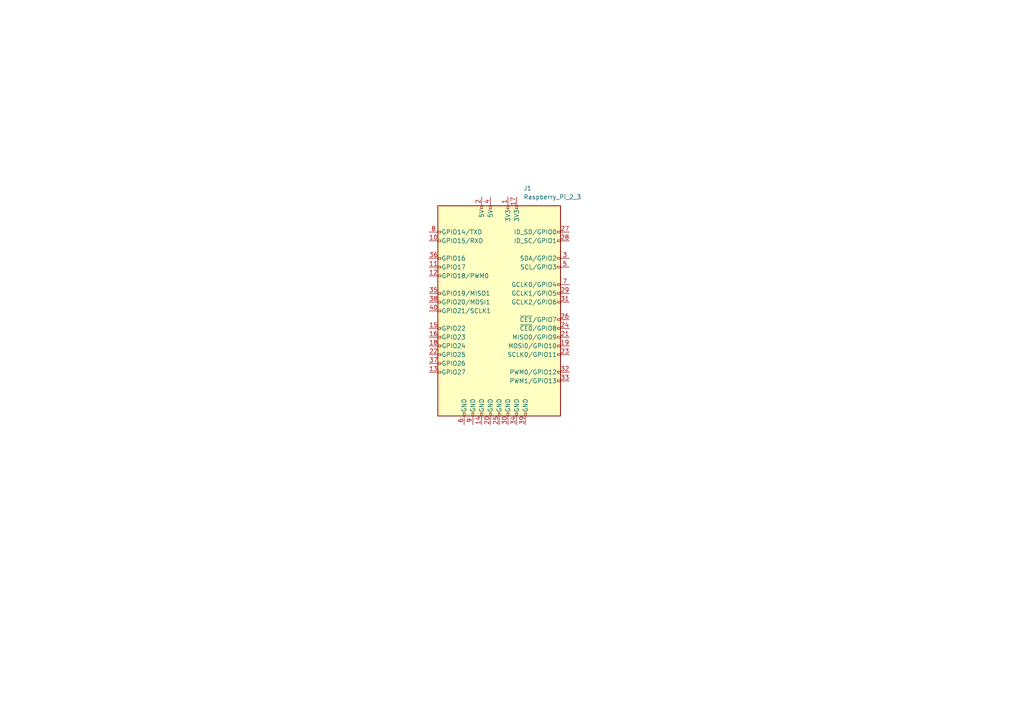
<source format=kicad_sch>
(kicad_sch (version 20230121) (generator eeschema)
  (paper "A4")
  (lib_symbols
    (symbol "Connector:Raspberry_Pi_2_3" (pin_names (offset 1.016))
      (property "Reference" "J" (at -17.78 31.75 0))
      (property "Value" "Raspberry_Pi_2_3" (at 10.16 -31.75 0))
      (symbol "Raspberry_Pi_2_3_0_1"
        (rectangle (start -17.78 30.48) (end 17.78 -30.48) (stroke (width 0.254)) (fill (type background)))
      )
      (symbol "Raspberry_Pi_2_3_1_1"
        (rectangle (start -16.891 -17.526) (end -17.78 -18.034))
        (rectangle (start -16.891 -14.986) (end -17.78 -15.494))
        (rectangle (start -16.891 -12.446) (end -17.78 -12.954))
        (rectangle (start -16.891 -9.906) (end -17.78 -10.414))
        (rectangle (start -16.891 -7.366) (end -17.78 -7.874))
        (rectangle (start -16.891 -4.826) (end -17.78 -5.334))
        (rectangle (start -16.891 0.254) (end -17.78 -0.254))
        (rectangle (start -16.891 2.794) (end -17.78 2.286))
        (rectangle (start -16.891 5.334) (end -17.78 4.826))
        (rectangle (start -16.891 10.414) (end -17.78 9.906))
        (rectangle (start -16.891 12.954) (end -17.78 12.446))
        (rectangle (start -16.891 15.494) (end -17.78 14.986))
        (rectangle (start -16.891 20.574) (end -17.78 20.066))
        (rectangle (start -16.891 23.114) (end -17.78 22.606))
        (rectangle (start -10.414 -29.591) (end -9.906 -30.48))
        (rectangle (start -7.874 -29.591) (end -7.366 -30.48))
        (rectangle (start -5.334 -29.591) (end -4.826 -30.48))
        (rectangle (start -5.334 30.48) (end -4.826 29.591))
        (rectangle (start -2.794 -29.591) (end -2.286 -30.48))
        (rectangle (start -2.794 30.48) (end -2.286 29.591))
        (rectangle (start -0.254 -29.591) (end 0.254 -30.48))
        (rectangle (start 2.286 -29.591) (end 2.794 -30.48))
        (rectangle (start 2.286 30.48) (end 2.794 29.591))
        (rectangle (start 4.826 -29.591) (end 5.334 -30.48))
        (rectangle (start 4.826 30.48) (end 5.334 29.591))
        (rectangle (start 7.366 -29.591) (end 7.874 -30.48))
        (rectangle (start 17.78 -20.066) (end 16.891 -20.574))
        (rectangle (start 17.78 -17.526) (end 16.891 -18.034))
        (rectangle (start 17.78 -12.446) (end 16.891 -12.954))
        (rectangle (start 17.78 -9.906) (end 16.891 -10.414))
        (rectangle (start 17.78 -7.366) (end 16.891 -7.874))
        (rectangle (start 17.78 -4.826) (end 16.891 -5.334))
        (rectangle (start 17.78 -2.286) (end 16.891 -2.794))
        (rectangle (start 17.78 2.794) (end 16.891 2.286))
        (rectangle (start 17.78 5.334) (end 16.891 4.826))
        (rectangle (start 17.78 7.874) (end 16.891 7.366))
        (rectangle (start 17.78 12.954) (end 16.891 12.446))
        (rectangle (start 17.78 15.494) (end 16.891 14.986))
        (rectangle (start 17.78 20.574) (end 16.891 20.066))
        (rectangle (start 17.78 23.114) (end 16.891 22.606))
        (pin power_in line (at 2.54 33.02 270) (length 2.54) (name "3V3") (number "1"))
        (pin bidirectional line (at -20.32 20.32 0) (length 2.54) (name "GPIO15/RXD") (number "10"))
        (pin bidirectional line (at -20.32 12.7 0) (length 2.54) (name "GPIO17") (number "11"))
        (pin bidirectional line (at -20.32 10.16 0) (length 2.54) (name "GPIO18/PWM0") (number "12"))
        (pin bidirectional line (at -20.32 -17.78 0) (length 2.54) (name "GPIO27") (number "13"))
        (pin power_in line (at -5.08 -33.02 90) (length 2.54) (name "GND") (number "14"))
        (pin bidirectional line (at -20.32 -5.08 0) (length 2.54) (name "GPIO22") (number "15"))
        (pin bidirectional line (at -20.32 -7.62 0) (length 2.54) (name "GPIO23") (number "16"))
        (pin power_in line (at 5.08 33.02 270) (length 2.54) (name "3V3") (number "17"))
        (pin bidirectional line (at -20.32 -10.16 0) (length 2.54) (name "GPIO24") (number "18"))
        (pin bidirectional line (at 20.32 -10.16 180) (length 2.54) (name "MOSI0/GPIO10") (number "19"))
        (pin power_in line (at -5.08 33.02 270) (length 2.54) (name "5V") (number "2"))
        (pin power_in line (at -2.54 -33.02 90) (length 2.54) (name "GND") (number "20"))
        (pin bidirectional line (at 20.32 -7.62 180) (length 2.54) (name "MISO0/GPIO9") (number "21"))
        (pin bidirectional line (at -20.32 -12.7 0) (length 2.54) (name "GPIO25") (number "22"))
        (pin bidirectional line (at 20.32 -12.7 180) (length 2.54) (name "SCLK0/GPIO11") (number "23"))
        (pin bidirectional line (at 20.32 -5.08 180) (length 2.54) (name "~{CE0}/GPIO8") (number "24"))
        (pin power_in line (at 0 -33.02 90) (length 2.54) (name "GND") (number "25"))
        (pin bidirectional line (at 20.32 -2.54 180) (length 2.54) (name "~{CE1}/GPIO7") (number "26"))
        (pin bidirectional line (at 20.32 22.86 180) (length 2.54) (name "ID_SD/GPIO0") (number "27"))
        (pin bidirectional line (at 20.32 20.32 180) (length 2.54) (name "ID_SC/GPIO1") (number "28"))
        (pin bidirectional line (at 20.32 5.08 180) (length 2.54) (name "GCLK1/GPIO5") (number "29"))
        (pin bidirectional line (at 20.32 15.24 180) (length 2.54) (name "SDA/GPIO2") (number "3"))
        (pin power_in line (at 2.54 -33.02 90) (length 2.54) (name "GND") (number "30"))
        (pin bidirectional line (at 20.32 2.54 180) (length 2.54) (name "GCLK2/GPIO6") (number "31"))
        (pin bidirectional line (at 20.32 -17.78 180) (length 2.54) (name "PWM0/GPIO12") (number "32"))
        (pin bidirectional line (at 20.32 -20.32 180) (length 2.54) (name "PWM1/GPIO13") (number "33"))
        (pin power_in line (at 5.08 -33.02 90) (length 2.54) (name "GND") (number "34"))
        (pin bidirectional line (at -20.32 5.08 0) (length 2.54) (name "GPIO19/MISO1") (number "35"))
        (pin bidirectional line (at -20.32 15.24 0) (length 2.54) (name "GPIO16") (number "36"))
        (pin bidirectional line (at -20.32 -15.24 0) (length 2.54) (name "GPIO26") (number "37"))
        (pin bidirectional line (at -20.32 2.54 0) (length 2.54) (name "GPIO20/MOSI1") (number "38"))
        (pin power_in line (at 7.62 -33.02 90) (length 2.54) (name "GND") (number "39"))
        (pin power_in line (at -2.54 33.02 270) (length 2.54) (name "5V") (number "4"))
        (pin bidirectional line (at -20.32 0 0) (length 2.54) (name "GPIO21/SCLK1") (number "40"))
        (pin bidirectional line (at 20.32 12.7 180) (length 2.54) (name "SCL/GPIO3") (number "5"))
        (pin power_in line (at -10.16 -33.02 90) (length 2.54) (name "GND") (number "6"))
        (pin bidirectional line (at 20.32 7.62 180) (length 2.54) (name "GCLK0/GPIO4") (number "7"))
        (pin bidirectional line (at -20.32 22.86 0) (length 2.54) (name "GPIO14/TXD") (number "8"))
        (pin power_in line (at -7.62 -33.02 90) (length 2.54) (name "GND") (number "9"))
      )
    )
  )
  (symbol (lib_id "Connector:Raspberry_Pi_2_3") (at 144.78 90.17 0) (unit 1)
    (property "Reference" "J1" (at 151.8159 54.61 0) (effects (justify left)))
    (property "Value" "Raspberry_Pi_2_3" (at 151.8159 57.15 0) (effects (justify left)))
    (property "Datasheet" "https://www.raspberrypi.org/documentation/hardware/raspberrypi/schematics/rpi_SCH_3bplus_1p0_reduced.pdf" (effects hide))
  )
)
</source>
